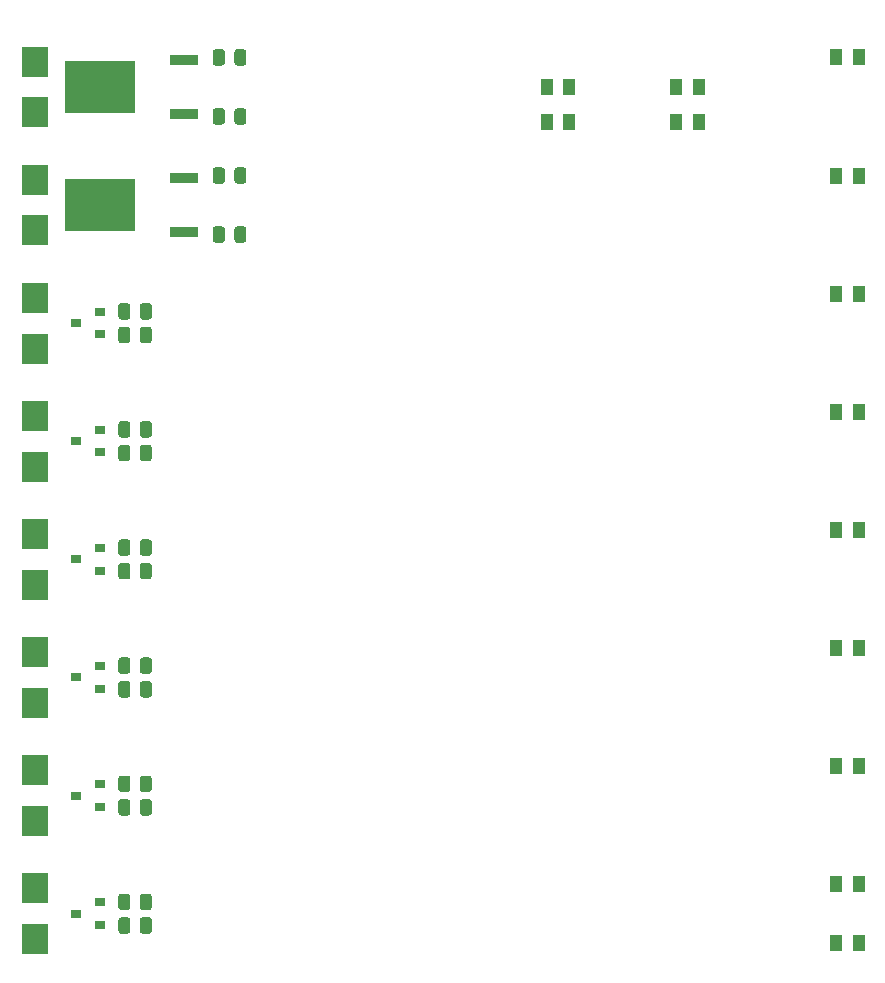
<source format=gbr>
%TF.GenerationSoftware,KiCad,Pcbnew,5.1.9-73d0e3b20d~88~ubuntu20.04.1*%
%TF.CreationDate,2021-09-25T17:35:02+05:30*%
%TF.ProjectId,veloce,76656c6f-6365-42e6-9b69-6361645f7063,rev?*%
%TF.SameCoordinates,Original*%
%TF.FileFunction,Paste,Top*%
%TF.FilePolarity,Positive*%
%FSLAX46Y46*%
G04 Gerber Fmt 4.6, Leading zero omitted, Abs format (unit mm)*
G04 Created by KiCad (PCBNEW 5.1.9-73d0e3b20d~88~ubuntu20.04.1) date 2021-09-25 17:35:02*
%MOMM*%
%LPD*%
G01*
G04 APERTURE LIST*
%ADD10R,1.000000X1.450000*%
%ADD11R,2.489200X0.939800*%
%ADD12R,5.918200X4.368800*%
%ADD13R,0.900000X0.800000*%
%ADD14R,2.300000X2.500000*%
G04 APERTURE END LIST*
D10*
%TO.C,R29*%
X223860000Y-135500000D03*
X225760000Y-135500000D03*
%TD*%
%TO.C,R28*%
X223860000Y-125500000D03*
X225760000Y-125500000D03*
%TD*%
%TO.C,R27*%
X223860000Y-115500000D03*
X225760000Y-115500000D03*
%TD*%
%TO.C,R26*%
X223860000Y-105500000D03*
X225760000Y-105500000D03*
%TD*%
%TO.C,R25*%
X223860000Y-95500000D03*
X225760000Y-95500000D03*
%TD*%
%TO.C,R24*%
X223860000Y-85500000D03*
X225760000Y-85500000D03*
%TD*%
%TO.C,R23*%
X223860000Y-75500000D03*
X225760000Y-75500000D03*
%TD*%
%TO.C,R22*%
X223860000Y-65500000D03*
X225760000Y-65500000D03*
%TD*%
%TO.C,R21*%
X223860000Y-140500000D03*
X225760000Y-140500000D03*
%TD*%
%TO.C,R20*%
X210340000Y-71000000D03*
X212240000Y-71000000D03*
%TD*%
%TO.C,R19*%
X210340000Y-68000000D03*
X212240000Y-68000000D03*
%TD*%
%TO.C,R18*%
X199340000Y-71000000D03*
X201240000Y-71000000D03*
%TD*%
%TO.C,R17*%
X199340000Y-68000000D03*
X201240000Y-68000000D03*
%TD*%
D11*
%TO.C,Q1*%
X168643500Y-70286000D03*
X168643500Y-65714000D03*
D12*
X161544200Y-68000000D03*
%TD*%
D11*
%TO.C,Q2*%
X168643500Y-80286000D03*
X168643500Y-75714000D03*
D12*
X161544200Y-78000000D03*
%TD*%
%TO.C,R16*%
G36*
G01*
X164900000Y-137450002D02*
X164900000Y-136549998D01*
G75*
G02*
X165149998Y-136300000I249998J0D01*
G01*
X165675002Y-136300000D01*
G75*
G02*
X165925000Y-136549998I0J-249998D01*
G01*
X165925000Y-137450002D01*
G75*
G02*
X165675002Y-137700000I-249998J0D01*
G01*
X165149998Y-137700000D01*
G75*
G02*
X164900000Y-137450002I0J249998D01*
G01*
G37*
G36*
G01*
X163075000Y-137450002D02*
X163075000Y-136549998D01*
G75*
G02*
X163324998Y-136300000I249998J0D01*
G01*
X163850002Y-136300000D01*
G75*
G02*
X164100000Y-136549998I0J-249998D01*
G01*
X164100000Y-137450002D01*
G75*
G02*
X163850002Y-137700000I-249998J0D01*
G01*
X163324998Y-137700000D01*
G75*
G02*
X163075000Y-137450002I0J249998D01*
G01*
G37*
%TD*%
%TO.C,R15*%
G36*
G01*
X164900000Y-127450002D02*
X164900000Y-126549998D01*
G75*
G02*
X165149998Y-126300000I249998J0D01*
G01*
X165675002Y-126300000D01*
G75*
G02*
X165925000Y-126549998I0J-249998D01*
G01*
X165925000Y-127450002D01*
G75*
G02*
X165675002Y-127700000I-249998J0D01*
G01*
X165149998Y-127700000D01*
G75*
G02*
X164900000Y-127450002I0J249998D01*
G01*
G37*
G36*
G01*
X163075000Y-127450002D02*
X163075000Y-126549998D01*
G75*
G02*
X163324998Y-126300000I249998J0D01*
G01*
X163850002Y-126300000D01*
G75*
G02*
X164100000Y-126549998I0J-249998D01*
G01*
X164100000Y-127450002D01*
G75*
G02*
X163850002Y-127700000I-249998J0D01*
G01*
X163324998Y-127700000D01*
G75*
G02*
X163075000Y-127450002I0J249998D01*
G01*
G37*
%TD*%
%TO.C,R14*%
G36*
G01*
X164900000Y-139450002D02*
X164900000Y-138549998D01*
G75*
G02*
X165149998Y-138300000I249998J0D01*
G01*
X165675002Y-138300000D01*
G75*
G02*
X165925000Y-138549998I0J-249998D01*
G01*
X165925000Y-139450002D01*
G75*
G02*
X165675002Y-139700000I-249998J0D01*
G01*
X165149998Y-139700000D01*
G75*
G02*
X164900000Y-139450002I0J249998D01*
G01*
G37*
G36*
G01*
X163075000Y-139450002D02*
X163075000Y-138549998D01*
G75*
G02*
X163324998Y-138300000I249998J0D01*
G01*
X163850002Y-138300000D01*
G75*
G02*
X164100000Y-138549998I0J-249998D01*
G01*
X164100000Y-139450002D01*
G75*
G02*
X163850002Y-139700000I-249998J0D01*
G01*
X163324998Y-139700000D01*
G75*
G02*
X163075000Y-139450002I0J249998D01*
G01*
G37*
%TD*%
%TO.C,R13*%
G36*
G01*
X164900000Y-129450002D02*
X164900000Y-128549998D01*
G75*
G02*
X165149998Y-128300000I249998J0D01*
G01*
X165675002Y-128300000D01*
G75*
G02*
X165925000Y-128549998I0J-249998D01*
G01*
X165925000Y-129450002D01*
G75*
G02*
X165675002Y-129700000I-249998J0D01*
G01*
X165149998Y-129700000D01*
G75*
G02*
X164900000Y-129450002I0J249998D01*
G01*
G37*
G36*
G01*
X163075000Y-129450002D02*
X163075000Y-128549998D01*
G75*
G02*
X163324998Y-128300000I249998J0D01*
G01*
X163850002Y-128300000D01*
G75*
G02*
X164100000Y-128549998I0J-249998D01*
G01*
X164100000Y-129450002D01*
G75*
G02*
X163850002Y-129700000I-249998J0D01*
G01*
X163324998Y-129700000D01*
G75*
G02*
X163075000Y-129450002I0J249998D01*
G01*
G37*
%TD*%
%TO.C,R12*%
G36*
G01*
X164900000Y-117450002D02*
X164900000Y-116549998D01*
G75*
G02*
X165149998Y-116300000I249998J0D01*
G01*
X165675002Y-116300000D01*
G75*
G02*
X165925000Y-116549998I0J-249998D01*
G01*
X165925000Y-117450002D01*
G75*
G02*
X165675002Y-117700000I-249998J0D01*
G01*
X165149998Y-117700000D01*
G75*
G02*
X164900000Y-117450002I0J249998D01*
G01*
G37*
G36*
G01*
X163075000Y-117450002D02*
X163075000Y-116549998D01*
G75*
G02*
X163324998Y-116300000I249998J0D01*
G01*
X163850002Y-116300000D01*
G75*
G02*
X164100000Y-116549998I0J-249998D01*
G01*
X164100000Y-117450002D01*
G75*
G02*
X163850002Y-117700000I-249998J0D01*
G01*
X163324998Y-117700000D01*
G75*
G02*
X163075000Y-117450002I0J249998D01*
G01*
G37*
%TD*%
%TO.C,R11*%
G36*
G01*
X164900000Y-107450002D02*
X164900000Y-106549998D01*
G75*
G02*
X165149998Y-106300000I249998J0D01*
G01*
X165675002Y-106300000D01*
G75*
G02*
X165925000Y-106549998I0J-249998D01*
G01*
X165925000Y-107450002D01*
G75*
G02*
X165675002Y-107700000I-249998J0D01*
G01*
X165149998Y-107700000D01*
G75*
G02*
X164900000Y-107450002I0J249998D01*
G01*
G37*
G36*
G01*
X163075000Y-107450002D02*
X163075000Y-106549998D01*
G75*
G02*
X163324998Y-106300000I249998J0D01*
G01*
X163850002Y-106300000D01*
G75*
G02*
X164100000Y-106549998I0J-249998D01*
G01*
X164100000Y-107450002D01*
G75*
G02*
X163850002Y-107700000I-249998J0D01*
G01*
X163324998Y-107700000D01*
G75*
G02*
X163075000Y-107450002I0J249998D01*
G01*
G37*
%TD*%
%TO.C,R10*%
G36*
G01*
X164900000Y-119450002D02*
X164900000Y-118549998D01*
G75*
G02*
X165149998Y-118300000I249998J0D01*
G01*
X165675002Y-118300000D01*
G75*
G02*
X165925000Y-118549998I0J-249998D01*
G01*
X165925000Y-119450002D01*
G75*
G02*
X165675002Y-119700000I-249998J0D01*
G01*
X165149998Y-119700000D01*
G75*
G02*
X164900000Y-119450002I0J249998D01*
G01*
G37*
G36*
G01*
X163075000Y-119450002D02*
X163075000Y-118549998D01*
G75*
G02*
X163324998Y-118300000I249998J0D01*
G01*
X163850002Y-118300000D01*
G75*
G02*
X164100000Y-118549998I0J-249998D01*
G01*
X164100000Y-119450002D01*
G75*
G02*
X163850002Y-119700000I-249998J0D01*
G01*
X163324998Y-119700000D01*
G75*
G02*
X163075000Y-119450002I0J249998D01*
G01*
G37*
%TD*%
%TO.C,R9*%
G36*
G01*
X164900000Y-109450002D02*
X164900000Y-108549998D01*
G75*
G02*
X165149998Y-108300000I249998J0D01*
G01*
X165675002Y-108300000D01*
G75*
G02*
X165925000Y-108549998I0J-249998D01*
G01*
X165925000Y-109450002D01*
G75*
G02*
X165675002Y-109700000I-249998J0D01*
G01*
X165149998Y-109700000D01*
G75*
G02*
X164900000Y-109450002I0J249998D01*
G01*
G37*
G36*
G01*
X163075000Y-109450002D02*
X163075000Y-108549998D01*
G75*
G02*
X163324998Y-108300000I249998J0D01*
G01*
X163850002Y-108300000D01*
G75*
G02*
X164100000Y-108549998I0J-249998D01*
G01*
X164100000Y-109450002D01*
G75*
G02*
X163850002Y-109700000I-249998J0D01*
G01*
X163324998Y-109700000D01*
G75*
G02*
X163075000Y-109450002I0J249998D01*
G01*
G37*
%TD*%
%TO.C,R8*%
G36*
G01*
X164900000Y-97450002D02*
X164900000Y-96549998D01*
G75*
G02*
X165149998Y-96300000I249998J0D01*
G01*
X165675002Y-96300000D01*
G75*
G02*
X165925000Y-96549998I0J-249998D01*
G01*
X165925000Y-97450002D01*
G75*
G02*
X165675002Y-97700000I-249998J0D01*
G01*
X165149998Y-97700000D01*
G75*
G02*
X164900000Y-97450002I0J249998D01*
G01*
G37*
G36*
G01*
X163075000Y-97450002D02*
X163075000Y-96549998D01*
G75*
G02*
X163324998Y-96300000I249998J0D01*
G01*
X163850002Y-96300000D01*
G75*
G02*
X164100000Y-96549998I0J-249998D01*
G01*
X164100000Y-97450002D01*
G75*
G02*
X163850002Y-97700000I-249998J0D01*
G01*
X163324998Y-97700000D01*
G75*
G02*
X163075000Y-97450002I0J249998D01*
G01*
G37*
%TD*%
%TO.C,R7*%
G36*
G01*
X164900000Y-87450002D02*
X164900000Y-86549998D01*
G75*
G02*
X165149998Y-86300000I249998J0D01*
G01*
X165675002Y-86300000D01*
G75*
G02*
X165925000Y-86549998I0J-249998D01*
G01*
X165925000Y-87450002D01*
G75*
G02*
X165675002Y-87700000I-249998J0D01*
G01*
X165149998Y-87700000D01*
G75*
G02*
X164900000Y-87450002I0J249998D01*
G01*
G37*
G36*
G01*
X163075000Y-87450002D02*
X163075000Y-86549998D01*
G75*
G02*
X163324998Y-86300000I249998J0D01*
G01*
X163850002Y-86300000D01*
G75*
G02*
X164100000Y-86549998I0J-249998D01*
G01*
X164100000Y-87450002D01*
G75*
G02*
X163850002Y-87700000I-249998J0D01*
G01*
X163324998Y-87700000D01*
G75*
G02*
X163075000Y-87450002I0J249998D01*
G01*
G37*
%TD*%
%TO.C,R6*%
G36*
G01*
X164900000Y-99450002D02*
X164900000Y-98549998D01*
G75*
G02*
X165149998Y-98300000I249998J0D01*
G01*
X165675002Y-98300000D01*
G75*
G02*
X165925000Y-98549998I0J-249998D01*
G01*
X165925000Y-99450002D01*
G75*
G02*
X165675002Y-99700000I-249998J0D01*
G01*
X165149998Y-99700000D01*
G75*
G02*
X164900000Y-99450002I0J249998D01*
G01*
G37*
G36*
G01*
X163075000Y-99450002D02*
X163075000Y-98549998D01*
G75*
G02*
X163324998Y-98300000I249998J0D01*
G01*
X163850002Y-98300000D01*
G75*
G02*
X164100000Y-98549998I0J-249998D01*
G01*
X164100000Y-99450002D01*
G75*
G02*
X163850002Y-99700000I-249998J0D01*
G01*
X163324998Y-99700000D01*
G75*
G02*
X163075000Y-99450002I0J249998D01*
G01*
G37*
%TD*%
%TO.C,R5*%
G36*
G01*
X164900000Y-89450002D02*
X164900000Y-88549998D01*
G75*
G02*
X165149998Y-88300000I249998J0D01*
G01*
X165675002Y-88300000D01*
G75*
G02*
X165925000Y-88549998I0J-249998D01*
G01*
X165925000Y-89450002D01*
G75*
G02*
X165675002Y-89700000I-249998J0D01*
G01*
X165149998Y-89700000D01*
G75*
G02*
X164900000Y-89450002I0J249998D01*
G01*
G37*
G36*
G01*
X163075000Y-89450002D02*
X163075000Y-88549998D01*
G75*
G02*
X163324998Y-88300000I249998J0D01*
G01*
X163850002Y-88300000D01*
G75*
G02*
X164100000Y-88549998I0J-249998D01*
G01*
X164100000Y-89450002D01*
G75*
G02*
X163850002Y-89700000I-249998J0D01*
G01*
X163324998Y-89700000D01*
G75*
G02*
X163075000Y-89450002I0J249998D01*
G01*
G37*
%TD*%
%TO.C,R4*%
G36*
G01*
X172900000Y-75950002D02*
X172900000Y-75049998D01*
G75*
G02*
X173149998Y-74800000I249998J0D01*
G01*
X173675002Y-74800000D01*
G75*
G02*
X173925000Y-75049998I0J-249998D01*
G01*
X173925000Y-75950002D01*
G75*
G02*
X173675002Y-76200000I-249998J0D01*
G01*
X173149998Y-76200000D01*
G75*
G02*
X172900000Y-75950002I0J249998D01*
G01*
G37*
G36*
G01*
X171075000Y-75950002D02*
X171075000Y-75049998D01*
G75*
G02*
X171324998Y-74800000I249998J0D01*
G01*
X171850002Y-74800000D01*
G75*
G02*
X172100000Y-75049998I0J-249998D01*
G01*
X172100000Y-75950002D01*
G75*
G02*
X171850002Y-76200000I-249998J0D01*
G01*
X171324998Y-76200000D01*
G75*
G02*
X171075000Y-75950002I0J249998D01*
G01*
G37*
%TD*%
%TO.C,R3*%
G36*
G01*
X172900000Y-65950002D02*
X172900000Y-65049998D01*
G75*
G02*
X173149998Y-64800000I249998J0D01*
G01*
X173675002Y-64800000D01*
G75*
G02*
X173925000Y-65049998I0J-249998D01*
G01*
X173925000Y-65950002D01*
G75*
G02*
X173675002Y-66200000I-249998J0D01*
G01*
X173149998Y-66200000D01*
G75*
G02*
X172900000Y-65950002I0J249998D01*
G01*
G37*
G36*
G01*
X171075000Y-65950002D02*
X171075000Y-65049998D01*
G75*
G02*
X171324998Y-64800000I249998J0D01*
G01*
X171850002Y-64800000D01*
G75*
G02*
X172100000Y-65049998I0J-249998D01*
G01*
X172100000Y-65950002D01*
G75*
G02*
X171850002Y-66200000I-249998J0D01*
G01*
X171324998Y-66200000D01*
G75*
G02*
X171075000Y-65950002I0J249998D01*
G01*
G37*
%TD*%
%TO.C,R2*%
G36*
G01*
X172900000Y-80950002D02*
X172900000Y-80049998D01*
G75*
G02*
X173149998Y-79800000I249998J0D01*
G01*
X173675002Y-79800000D01*
G75*
G02*
X173925000Y-80049998I0J-249998D01*
G01*
X173925000Y-80950002D01*
G75*
G02*
X173675002Y-81200000I-249998J0D01*
G01*
X173149998Y-81200000D01*
G75*
G02*
X172900000Y-80950002I0J249998D01*
G01*
G37*
G36*
G01*
X171075000Y-80950002D02*
X171075000Y-80049998D01*
G75*
G02*
X171324998Y-79800000I249998J0D01*
G01*
X171850002Y-79800000D01*
G75*
G02*
X172100000Y-80049998I0J-249998D01*
G01*
X172100000Y-80950002D01*
G75*
G02*
X171850002Y-81200000I-249998J0D01*
G01*
X171324998Y-81200000D01*
G75*
G02*
X171075000Y-80950002I0J249998D01*
G01*
G37*
%TD*%
%TO.C,R1*%
G36*
G01*
X172900000Y-70950002D02*
X172900000Y-70049998D01*
G75*
G02*
X173149998Y-69800000I249998J0D01*
G01*
X173675002Y-69800000D01*
G75*
G02*
X173925000Y-70049998I0J-249998D01*
G01*
X173925000Y-70950002D01*
G75*
G02*
X173675002Y-71200000I-249998J0D01*
G01*
X173149998Y-71200000D01*
G75*
G02*
X172900000Y-70950002I0J249998D01*
G01*
G37*
G36*
G01*
X171075000Y-70950002D02*
X171075000Y-70049998D01*
G75*
G02*
X171324998Y-69800000I249998J0D01*
G01*
X171850002Y-69800000D01*
G75*
G02*
X172100000Y-70049998I0J-249998D01*
G01*
X172100000Y-70950002D01*
G75*
G02*
X171850002Y-71200000I-249998J0D01*
G01*
X171324998Y-71200000D01*
G75*
G02*
X171075000Y-70950002I0J249998D01*
G01*
G37*
%TD*%
D13*
%TO.C,Q8*%
X159500000Y-138000000D03*
X161500000Y-137050000D03*
X161500000Y-138950000D03*
%TD*%
%TO.C,Q7*%
X159500000Y-128000000D03*
X161500000Y-127050000D03*
X161500000Y-128950000D03*
%TD*%
%TO.C,Q6*%
X159500000Y-118000000D03*
X161500000Y-117050000D03*
X161500000Y-118950000D03*
%TD*%
%TO.C,Q5*%
X159500000Y-108000000D03*
X161500000Y-107050000D03*
X161500000Y-108950000D03*
%TD*%
%TO.C,Q4*%
X159500000Y-98000000D03*
X161500000Y-97050000D03*
X161500000Y-98950000D03*
%TD*%
%TO.C,Q3*%
X159500000Y-88000000D03*
X161500000Y-87050000D03*
X161500000Y-88950000D03*
%TD*%
D14*
%TO.C,D8*%
X156000000Y-140150000D03*
X156000000Y-135850000D03*
%TD*%
%TO.C,D7*%
X156000000Y-130150000D03*
X156000000Y-125850000D03*
%TD*%
%TO.C,D6*%
X156000000Y-120150000D03*
X156000000Y-115850000D03*
%TD*%
%TO.C,D5*%
X156000000Y-110150000D03*
X156000000Y-105850000D03*
%TD*%
%TO.C,D4*%
X156000000Y-100150000D03*
X156000000Y-95850000D03*
%TD*%
%TO.C,D3*%
X156000000Y-90150000D03*
X156000000Y-85850000D03*
%TD*%
%TO.C,D2*%
X156000000Y-80150000D03*
X156000000Y-75850000D03*
%TD*%
%TO.C,D1*%
X156000000Y-70150000D03*
X156000000Y-65850000D03*
%TD*%
M02*

</source>
